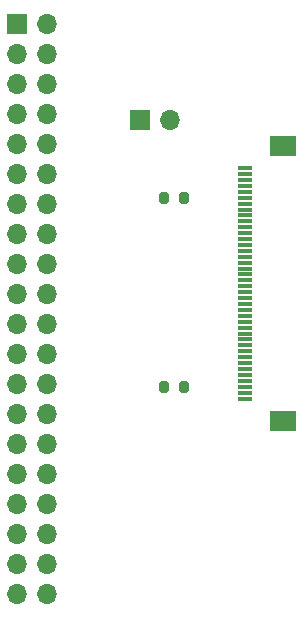
<source format=gbr>
%TF.GenerationSoftware,KiCad,Pcbnew,(6.0.9)*%
%TF.CreationDate,2022-11-21T20:56:18+08:00*%
%TF.ProjectId,Sitronix_3.95''_480x480,53697472-6f6e-4697-985f-332e39352727,rev?*%
%TF.SameCoordinates,Original*%
%TF.FileFunction,Soldermask,Top*%
%TF.FilePolarity,Negative*%
%FSLAX46Y46*%
G04 Gerber Fmt 4.6, Leading zero omitted, Abs format (unit mm)*
G04 Created by KiCad (PCBNEW (6.0.9)) date 2022-11-21 20:56:18*
%MOMM*%
%LPD*%
G01*
G04 APERTURE LIST*
G04 Aperture macros list*
%AMRoundRect*
0 Rectangle with rounded corners*
0 $1 Rounding radius*
0 $2 $3 $4 $5 $6 $7 $8 $9 X,Y pos of 4 corners*
0 Add a 4 corners polygon primitive as box body*
4,1,4,$2,$3,$4,$5,$6,$7,$8,$9,$2,$3,0*
0 Add four circle primitives for the rounded corners*
1,1,$1+$1,$2,$3*
1,1,$1+$1,$4,$5*
1,1,$1+$1,$6,$7*
1,1,$1+$1,$8,$9*
0 Add four rect primitives between the rounded corners*
20,1,$1+$1,$2,$3,$4,$5,0*
20,1,$1+$1,$4,$5,$6,$7,0*
20,1,$1+$1,$6,$7,$8,$9,0*
20,1,$1+$1,$8,$9,$2,$3,0*%
G04 Aperture macros list end*
%ADD10R,1.300000X0.300000*%
%ADD11R,2.200000X1.800000*%
%ADD12RoundRect,0.200000X0.200000X0.275000X-0.200000X0.275000X-0.200000X-0.275000X0.200000X-0.275000X0*%
%ADD13RoundRect,0.200000X-0.200000X-0.275000X0.200000X-0.275000X0.200000X0.275000X-0.200000X0.275000X0*%
%ADD14R,1.700000X1.700000*%
%ADD15O,1.700000X1.700000*%
G04 APERTURE END LIST*
D10*
%TO.C,J3*%
X99816000Y-96491000D03*
X99816000Y-95991000D03*
X99816000Y-95491000D03*
X99816000Y-94991000D03*
X99816000Y-94491000D03*
X99816000Y-93991000D03*
X99816000Y-93491000D03*
X99816000Y-92991000D03*
X99816000Y-92491000D03*
X99816000Y-91991000D03*
X99816000Y-91491000D03*
X99816000Y-90991000D03*
X99816000Y-90491000D03*
X99816000Y-89991000D03*
X99816000Y-89491000D03*
X99816000Y-88991000D03*
X99816000Y-88491000D03*
X99816000Y-87991000D03*
X99816000Y-87491000D03*
X99816000Y-86991000D03*
X99816000Y-86491000D03*
X99816000Y-85991000D03*
X99816000Y-85491000D03*
X99816000Y-84991000D03*
X99816000Y-84491000D03*
X99816000Y-83991000D03*
X99816000Y-83491000D03*
X99816000Y-82991000D03*
X99816000Y-82491000D03*
X99816000Y-81991000D03*
X99816000Y-81491000D03*
X99816000Y-80991000D03*
X99816000Y-80491000D03*
X99816000Y-79991000D03*
X99816000Y-79491000D03*
X99816000Y-78991000D03*
X99816000Y-78491000D03*
X99816000Y-77991000D03*
X99816000Y-77491000D03*
X99816000Y-76991000D03*
D11*
X103066000Y-75091000D03*
X103066000Y-98391000D03*
%TD*%
D12*
%TO.C,R2*%
X94622000Y-95491000D03*
X92972000Y-95491000D03*
%TD*%
D13*
%TO.C,R1*%
X92972000Y-79491000D03*
X94622000Y-79491000D03*
%TD*%
D14*
%TO.C,J2*%
X90927000Y-72898000D03*
D15*
X93467000Y-72898000D03*
%TD*%
D14*
%TO.C,J1*%
X80538000Y-64800000D03*
D15*
X83078000Y-64800000D03*
X80538000Y-67340000D03*
X83078000Y-67340000D03*
X80538000Y-69880000D03*
X83078000Y-69880000D03*
X80538000Y-72420000D03*
X83078000Y-72420000D03*
X80538000Y-74960000D03*
X83078000Y-74960000D03*
X80538000Y-77500000D03*
X83078000Y-77500000D03*
X80538000Y-80040000D03*
X83078000Y-80040000D03*
X80538000Y-82580000D03*
X83078000Y-82580000D03*
X80538000Y-85120000D03*
X83078000Y-85120000D03*
X80538000Y-87660000D03*
X83078000Y-87660000D03*
X80538000Y-90200000D03*
X83078000Y-90200000D03*
X80538000Y-92740000D03*
X83078000Y-92740000D03*
X80538000Y-95280000D03*
X83078000Y-95280000D03*
X80538000Y-97820000D03*
X83078000Y-97820000D03*
X80538000Y-100360000D03*
X83078000Y-100360000D03*
X80538000Y-102900000D03*
X83078000Y-102900000D03*
X80538000Y-105440000D03*
X83078000Y-105440000D03*
X80538000Y-107980000D03*
X83078000Y-107980000D03*
X80538000Y-110520000D03*
X83078000Y-110520000D03*
X80538000Y-113060000D03*
X83078000Y-113060000D03*
%TD*%
M02*

</source>
